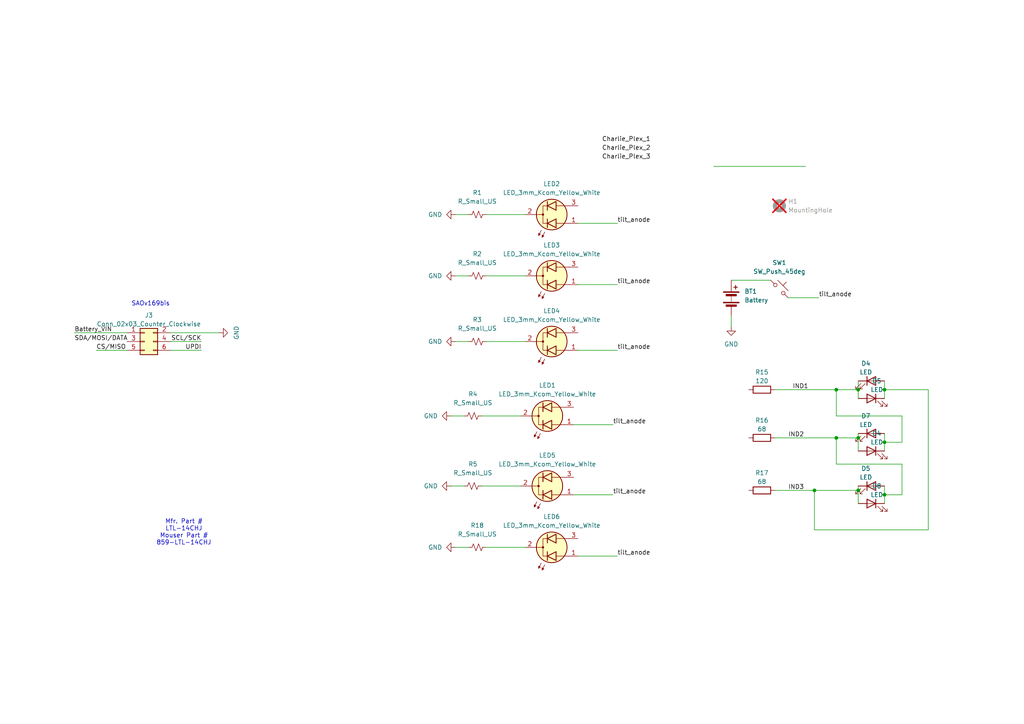
<source format=kicad_sch>
(kicad_sch (version 20250114) (generator "eeschema") (generator_version "9.0")
  (paper "A4")
  (lib_symbols
    (symbol "Connector:Conn_01x08_Pin" (pin_names (offset 1.016) (hide yes))
      (property "Reference" "J" (at 0 10.16 0))
      (property "Value" "Conn_01x08_Pin" (at 0 -12.7 0))
      (symbol "Conn_01x08_Pin_1_1"
        (rectangle (start 0.8636 7.747) (end 0 7.493) (stroke (width 0.1524)) (fill (type outline)))
        (rectangle (start 0.8636 5.207) (end 0 4.953) (stroke (width 0.1524)) (fill (type outline)))
        (rectangle (start 0.8636 2.667) (end 0 2.413) (stroke (width 0.1524)) (fill (type outline)))
        (rectangle (start 0.8636 0.127) (end 0 -0.127) (stroke (width 0.1524)) (fill (type outline)))
        (rectangle (start 0.8636 -2.413) (end 0 -2.667) (stroke (width 0.1524)) (fill (type outline)))
        (rectangle (start 0.8636 -4.953) (end 0 -5.207) (stroke (width 0.1524)) (fill (type outline)))
        (rectangle (start 0.8636 -7.493) (end 0 -7.747) (stroke (width 0.1524)) (fill (type outline)))
        (rectangle (start 0.8636 -10.033) (end 0 -10.287) (stroke (width 0.1524)) (fill (type outline)))
        (polyline (pts (xy 1.27 7.62) (xy 0.8636 7.62)) (stroke (width 0.1524)))
        (polyline (pts (xy 1.27 5.08) (xy 0.8636 5.08)) (stroke (width 0.1524)))
        (polyline (pts (xy 1.27 2.54) (xy 0.8636 2.54)) (stroke (width 0.1524)))
        (polyline (pts (xy 1.27 0) (xy 0.8636 0)) (stroke (width 0.1524)))
        (polyline (pts (xy 1.27 -2.54) (xy 0.8636 -2.54)) (stroke (width 0.1524)))
        (polyline (pts (xy 1.27 -5.08) (xy 0.8636 -5.08)) (stroke (width 0.1524)))
        (polyline (pts (xy 1.27 -7.62) (xy 0.8636 -7.62)) (stroke (width 0.1524)))
        (polyline (pts (xy 1.27 -10.16) (xy 0.8636 -10.16)) (stroke (width 0.1524)))
        (pin passive line (at 5.08 7.62 180) (length 3.81) (name "Pin_1") (number "1"))
        (pin passive line (at 5.08 5.08 180) (length 3.81) (name "Pin_2") (number "2"))
        (pin passive line (at 5.08 2.54 180) (length 3.81) (name "Pin_3") (number "3"))
        (pin passive line (at 5.08 0 180) (length 3.81) (name "Pin_4") (number "4"))
        (pin passive line (at 5.08 -2.54 180) (length 3.81) (name "Pin_5") (number "5"))
        (pin passive line (at 5.08 -5.08 180) (length 3.81) (name "Pin_6") (number "6"))
        (pin passive line (at 5.08 -7.62 180) (length 3.81) (name "Pin_7") (number "7"))
        (pin passive line (at 5.08 -10.16 180) (length 3.81) (name "Pin_8") (number "8"))
      )
    )
    (symbol "Connector_Generic:Conn_02x03_Odd_Even" (pin_names (offset 1.016) (hide yes))
      (property "Reference" "J" (at 1.27 5.08 0))
      (property "Value" "Conn_02x03_Odd_Even" (at 1.27 -5.08 0))
      (symbol "Conn_02x03_Odd_Even_1_1"
        (rectangle (start -1.27 3.81) (end 3.81 -3.81) (stroke (width 0.254)) (fill (type background)))
        (rectangle (start -1.27 2.667) (end 0 2.413) (stroke (width 0.1524)))
        (rectangle (start -1.27 0.127) (end 0 -0.127) (stroke (width 0.1524)))
        (rectangle (start -1.27 -2.413) (end 0 -2.667) (stroke (width 0.1524)))
        (rectangle (start 3.81 2.667) (end 2.54 2.413) (stroke (width 0.1524)))
        (rectangle (start 3.81 0.127) (end 2.54 -0.127) (stroke (width 0.1524)))
        (rectangle (start 3.81 -2.413) (end 2.54 -2.667) (stroke (width 0.1524)))
        (pin passive line (at -5.08 2.54 0) (length 3.81) (name "Pin_1") (number "1"))
        (pin passive line (at -5.08 0 0) (length 3.81) (name "Pin_3") (number "3"))
        (pin passive line (at -5.08 -2.54 0) (length 3.81) (name "Pin_5") (number "5"))
        (pin passive line (at 7.62 2.54 180) (length 3.81) (name "Pin_2") (number "2"))
        (pin passive line (at 7.62 0 180) (length 3.81) (name "Pin_4") (number "4"))
        (pin passive line (at 7.62 -2.54 180) (length 3.81) (name "Pin_6") (number "6"))
      )
    )
    (symbol "Device:Battery" (pin_numbers (hide yes)) (pin_names (offset 0) (hide yes))
      (property "Reference" "BT" (at 2.54 2.54 0))
      (property "Value" "Battery" (at 2.54 0 0))
      (symbol "Battery_0_1"
        (rectangle (start -2.286 1.778) (end 2.286 1.524) (fill (type outline)))
        (rectangle (start -2.286 -1.27) (end 2.286 -1.524) (fill (type outline)))
        (rectangle (start -1.524 1.016) (end 1.524 0.508) (fill (type outline)))
        (rectangle (start -1.524 -2.032) (end 1.524 -2.54) (fill (type outline)))
        (polyline (pts (xy 0 1.778) (xy 0 2.54)))
        (polyline (pts (xy 0 0) (xy 0 0.254)))
        (polyline (pts (xy 0 -0.508) (xy 0 -0.254)))
        (polyline (pts (xy 0 -1.016) (xy 0 -0.762)))
        (polyline (pts (xy 0.762 3.048) (xy 1.778 3.048)) (stroke (width 0.254)))
        (polyline (pts (xy 1.27 3.556) (xy 1.27 2.54)) (stroke (width 0.254)))
      )
      (symbol "Battery_1_1"
        (pin passive line (at 0 5.08 270) (length 2.54) (name "+") (number "1"))
        (pin passive line (at 0 -5.08 90) (length 2.54) (name "-") (number "2"))
      )
    )
    (symbol "Device:LED" (pin_numbers (hide yes)) (pin_names (offset 1.016) (hide yes))
      (property "Reference" "D" (at 0 2.54 0))
      (property "Value" "LED" (at 0 -2.54 0))
      (symbol "LED_0_1"
        (polyline (pts (xy -3.048 -0.762) (xy -4.572 -2.286) (xy -3.81 -2.286) (xy -4.572 -2.286) (xy -4.572 -1.524)))
        (polyline (pts (xy -1.778 -0.762) (xy -3.302 -2.286) (xy -2.54 -2.286) (xy -3.302 -2.286) (xy -3.302 -1.524)))
        (polyline (pts (xy -1.27 0) (xy 1.27 0)))
        (polyline (pts (xy -1.27 -1.27) (xy -1.27 1.27)) (stroke (width 0.254)))
        (polyline (pts (xy 1.27 -1.27) (xy 1.27 1.27) (xy -1.27 0) (xy 1.27 -1.27)) (stroke (width 0.254)))
      )
      (symbol "LED_1_1"
        (pin passive line (at -3.81 0 0) (length 2.54) (name "K") (number "1"))
        (pin passive line (at 3.81 0 180) (length 2.54) (name "A") (number "2"))
      )
    )
    (symbol "Device:LED_Dual_Bidirectional" (pin_names (offset 0) (hide yes))
      (property "Reference" "D" (at 0 5.715 0))
      (property "Value" "LED_Dual_Bidirectional" (at 0 -6.35 0))
      (symbol "LED_Dual_Bidirectional_0_1"
        (polyline (pts (xy -4.572 0) (xy -2.54 0)))
        (circle (center -2.032 0) (radius 0.254) (fill (type outline)))
        (polyline (pts (xy -2.032 0) (xy -2.54 0)))
        (polyline (pts (xy -1.016 3.81) (xy -1.016 1.27)) (stroke (width 0.254)))
        (polyline (pts (xy -1.016 -1.27) (xy -1.016 -3.81) (xy 1.27 -2.54) (xy -1.016 -1.27)) (stroke (width 0.254)))
        (circle (center 0 0) (radius 4.572) (stroke (width 0.254)) (fill (type background)))
        (polyline (pts (xy 1.27 3.81) (xy 1.27 1.27) (xy -1.016 2.54) (xy 1.27 3.81)) (stroke (width 0.254)))
        (polyline (pts (xy 1.27 -1.27) (xy 1.27 -3.81)) (stroke (width 0.254)))
        (polyline (pts (xy 2.286 2.54) (xy -2.032 2.54) (xy -2.032 -2.54) (xy 2.286 -2.54) (xy 2.286 2.54)))
        (circle (center 2.286 0) (radius 0.254) (fill (type outline)))
        (polyline (pts (xy 2.794 4.318) (xy 4.318 5.842) (xy 3.556 5.842)) (stroke (width 0.2032)))
        (polyline (pts (xy 4.064 3.048) (xy 5.588 4.572) (xy 4.826 4.572)) (stroke (width 0.2032)))
        (polyline (pts (xy 4.064 0) (xy 2.286 0)) (fill (type outline)))
        (polyline (pts (xy 4.318 5.842) (xy 4.318 5.08)) (stroke (width 0.2032)))
        (polyline (pts (xy 5.588 4.572) (xy 5.588 3.81)) (stroke (width 0.2032)))
      )
      (symbol "LED_Dual_Bidirectional_1_1"
        (pin input line (at -7.62 0 0) (length 3.048) (name "AK") (number "2"))
        (pin input line (at 7.62 0 180) (length 3.81) (name "KA") (number "1"))
      )
    )
    (symbol "Device:R" (pin_numbers (hide yes)) (pin_names (offset 0))
      (property "Reference" "R" (at 2.032 0 90))
      (property "Value" "R" (at 0 0 90))
      (symbol "R_0_1"
        (rectangle (start -1.016 -2.54) (end 1.016 2.54) (stroke (width 0.254)))
      )
      (symbol "R_1_1"
        (pin passive line (at 0 3.81 270) (length 1.27) (name "~") (number "1"))
        (pin passive line (at 0 -3.81 90) (length 1.27) (name "~") (number "2"))
      )
    )
    (symbol "Device:R_Small_US" (pin_numbers (hide yes)) (pin_names (offset 0.254) (hide yes))
      (property "Reference" "R" (at 0.762 0.508 0))
      (property "Value" "R_Small_US" (at 0.762 -1.016 0))
      (symbol "R_Small_US_1_1"
        (polyline (pts (xy 0 1.524) (xy 1.016 1.143) (xy 0 0.762) (xy -1.016 0.381) (xy 0 0)))
        (polyline (pts (xy 0 0) (xy 1.016 -0.381) (xy 0 -0.762) (xy -1.016 -1.143) (xy 0 -1.524)))
        (pin passive line (at 0 2.54 270) (length 1.016) (name "~") (number "1"))
        (pin passive line (at 0 -2.54 90) (length 1.016) (name "~") (number "2"))
      )
    )
    (symbol "MCU_Microchip_ATtiny:ATtiny10-TS"
      (property "Reference" "U" (at -12.7 13.97 0))
      (property "Value" "ATtiny10-TS" (at 2.54 -13.97 0))
      (symbol "ATtiny10-TS_0_1"
        (rectangle (start -12.7 -12.7) (end 12.7 12.7) (stroke (width 0.254)) (fill (type background)))
      )
      (symbol "ATtiny10-TS_1_1"
        (pin power_in line (at 0 15.24 270) (length 2.54) (name "VCC") (number "5"))
        (pin power_in line (at 0 -15.24 90) (length 2.54) (name "GND") (number "2"))
        (pin bidirectional line (at 15.24 7.62 180) (length 2.54) (name "PB0") (number "1"))
        (pin bidirectional line (at 15.24 5.08 180) (length 2.54) (name "PB1") (number "3"))
        (pin bidirectional line (at 15.24 2.54 180) (length 2.54) (name "PB2") (number "4"))
        (pin bidirectional line (at 15.24 0 180) (length 2.54) (name "~{RESET}/PB3") (number "6"))
      )
    )
    (symbol "MCU_Microchip_ATtiny:ATtiny816-M"
      (property "Reference" "U" (at -12.7 21.59 0))
      (property "Value" "ATtiny816-M" (at 2.54 -21.59 0))
      (symbol "ATtiny816-M_0_1"
        (rectangle (start -12.7 -20.32) (end 12.7 20.32) (stroke (width 0.254)) (fill (type background)))
      )
      (symbol "ATtiny816-M_1_1"
        (pin bidirectional line (at -15.24 -5.08 0) (length 2.54) (name "PC0") (number "15"))
        (pin bidirectional line (at -15.24 -7.62 0) (length 2.54) (name "PC1") (number "16"))
        (pin bidirectional line (at -15.24 -10.16 0) (length 2.54) (name "PC2") (number "17"))
        (pin bidirectional line (at -15.24 -12.7 0) (length 2.54) (name "PC3") (number "18"))
        (pin power_in line (at 0 22.86 270) (length 2.54) (name "VCC") (number "4"))
        (pin passive line (at 0 -22.86 90) (length 2.54) (hide yes) (name "GND") (number "21"))
        (pin power_in line (at 0 -22.86 90) (length 2.54) (name "GND") (number "3"))
        (pin bidirectional line (at 15.24 17.78 180) (length 2.54) (name "~{RESET}/PA0") (number "19"))
        (pin bidirectional line (at 15.24 15.24 180) (length 2.54) (name "PA1") (number "20"))
        (pin bidirectional line (at 15.24 12.7 180) (length 2.54) (name "PA2") (number "1"))
        (pin bidirectional line (at 15.24 10.16 180) (length 2.54) (name "PA3") (number "2"))
        (pin bidirectional line (at 15.24 7.62 180) (length 2.54) (name "PA4") (number "5"))
        (pin bidirectional line (at 15.24 5.08 180) (length 2.54) (name "PA5") (number "6"))
        (pin bidirectional line (at 15.24 2.54 180) (length 2.54) (name "PA6") (number "7"))
        (pin bidirectional line (at 15.24 0 180) (length 2.54) (name "PA7") (number "8"))
        (pin bidirectional line (at 15.24 -5.08 180) (length 2.54) (name "PB0") (number "14"))
        (pin bidirectional line (at 15.24 -7.62 180) (length 2.54) (name "PB1") (number "13"))
        (pin bidirectional line (at 15.24 -10.16 180) (length 2.54) (name "PB2") (number "12"))
        (pin bidirectional line (at 15.24 -12.7 180) (length 2.54) (name "PB3") (number "11"))
        (pin bidirectional line (at 15.24 -15.24 180) (length 2.54) (name "PB4") (number "10"))
        (pin bidirectional line (at 15.24 -17.78 180) (length 2.54) (name "PB5") (number "9"))
      )
    )
    (symbol "Mechanical:MountingHole" (pin_names (offset 1.016))
      (property "Reference" "H" (at 0 5.08 0))
      (property "Value" "MountingHole" (at 0 3.175 0))
      (symbol "MountingHole_0_1"
        (circle (center 0 0) (radius 1.27) (stroke (width 1.27)))
      )
    )
    (symbol "PCM_LED_AKL:LED_3mm_Kcom_Yellow_White" (pin_names (offset 1.016) (hide yes))
      (property "Reference" "LED" (at 1.27 11.43 0))
      (property "Value" "LED_3mm_Kcom_Yellow_White" (at 1.27 8.89 0))
      (symbol "LED_3mm_Kcom_Yellow_White_0_1"
        (polyline (pts (xy -1.397 2.54) (xy -5.08 2.54)) (stroke (width 0.1524)))
        (polyline (pts (xy -1.397 -2.54) (xy -5.08 -2.54)) (stroke (width 0.1524)))
        (polyline (pts (xy -1.27 3.81) (xy -1.27 1.27) (xy 1.27 2.54) (xy -1.27 3.81)) (stroke (width 0.254)) (fill (type color) (color 255 245 45 1)))
        (polyline (pts (xy -1.27 -1.27) (xy -1.27 -3.81) (xy 1.27 -2.54) (xy -1.27 -1.27)) (stroke (width 0.254)) (fill (type color) (color 255 255 255 1)))
        (circle (center 0 0) (radius 4.445) (stroke (width 0.254)) (fill (type background)))
        (polyline (pts (xy 1.27 3.81) (xy 1.27 1.27)) (stroke (width 0.254)))
        (polyline (pts (xy 1.27 2.54) (xy 2.54 2.54) (xy 2.54 -2.54) (xy 1.27 -2.54)) (stroke (width 0.1524)))
        (polyline (pts (xy 1.27 -1.27) (xy 1.27 -3.81)) (stroke (width 0.254)))
        (polyline (pts (xy 2.032 5.08) (xy 2.794 6.604)) (stroke (width 0.1524)))
        (polyline (pts (xy 2.54 6.096) (xy 2.286 6.223)) (stroke (width 0.1524)))
        (polyline (pts (xy 2.54 6.096) (xy 2.794 5.969)) (stroke (width 0.1524)))
        (circle (center 2.54 0) (radius 0.254) (fill (type outline)))
        (polyline (pts (xy 2.794 5.969) (xy 2.286 6.223) (xy 2.794 6.604) (xy 2.794 5.969)) (stroke (width 0.1524)) (fill (type outline)))
        (polyline (pts (xy 3.048 4.572) (xy 3.81 6.096)) (stroke (width 0.1524)))
        (polyline (pts (xy 3.556 5.588) (xy 3.302 5.715)) (stroke (width 0.1524)))
        (polyline (pts (xy 3.556 5.588) (xy 3.81 5.461)) (stroke (width 0.1524)))
        (polyline (pts (xy 3.81 5.461) (xy 3.302 5.715) (xy 3.81 6.096) (xy 3.81 5.461)) (stroke (width 0.1524)) (fill (type outline)))
        (polyline (pts (xy 5.08 0) (xy 2.54 0)) (stroke (width 0.1524)))
      )
      (symbol "LED_3mm_Kcom_Yellow_White_0_2"
        (polyline (pts (xy -2.54 2.54) (xy -2.54 -2.54)) (stroke (width 0.254)))
        (polyline (pts (xy -1.27 -1.27) (xy 1.27 -1.27)) (stroke (width 0.254)))
        (polyline (pts (xy 0 5.08) (xy 0 3.81)))
        (polyline (pts (xy 0 5.08) (xy 1.016 4.826) (xy 1.778 4.318) (xy 2.286 3.556) (xy 2.54 3.048) (xy 2.54 -2.794) (xy 2.286 -3.556) (xy 1.778 -4.318) (xy 1.016 -4.826) (xy 0.254 -5.08) (xy -0.254 -5.08) (xy -1.016 -4.826) (xy -1.524 -4.572) (xy -2.032 -4.064) (xy -2.286 -3.556) (xy -2.54 -2.794) (xy -2.54 2.794) (xy -2.286 3.556) (xy -2.032 4.064) (xy -1.524 4.572) (xy -1.016 4.826) (xy 0 5.08)) (stroke (width 0.01)) (fill (type background)))
        (arc (start -2.54 2.54) (mid 0 5.0576) (end 2.54 2.54) (stroke (width 0.254)))
        (circle (center 0 0) (radius 0.254) (fill (type outline)))
        (polyline (pts (xy 0 -1.27) (xy 0 1.27)))
        (arc (start 2.54 -2.54) (mid 0 -5.0576) (end -2.54 -2.54) (stroke (width 0.254)))
        (polyline (pts (xy 0 -5.08) (xy 0 -3.81)))
        (polyline (pts (xy 1.27 1.27) (xy -1.27 1.27)) (stroke (width 0.254)))
        (polyline (pts (xy 1.905 5.588) (xy 2.667 7.112)) (stroke (width 0.1524)))
        (polyline (pts (xy 2.413 6.604) (xy 2.159 6.731)) (stroke (width 0.1524)))
        (polyline (pts (xy 2.413 6.604) (xy 2.667 6.477)) (stroke (width 0.1524)))
        (polyline (pts (xy 2.54 0) (xy 0 0)))
        (polyline (pts (xy 2.54 -2.54) (xy 2.54 2.54)) (stroke (width 0.254)))
        (polyline (pts (xy 2.667 6.477) (xy 2.159 6.731) (xy 2.667 7.112) (xy 2.667 6.477)) (stroke (width 0.1524)) (fill (type outline)))
        (polyline (pts (xy 2.921 5.08) (xy 3.683 6.604)) (stroke (width 0.1524)))
        (polyline (pts (xy 3.429 6.096) (xy 3.175 6.223)) (stroke (width 0.1524)))
        (polyline (pts (xy 3.429 6.096) (xy 3.683 5.969)) (stroke (width 0.1524)))
        (polyline (pts (xy 3.683 5.969) (xy 3.175 6.223) (xy 3.683 6.604) (xy 3.683 5.969)) (stroke (width 0.1524)) (fill (type outline)))
      )
      (symbol "LED_3mm_Kcom_Yellow_White_1_1"
        (pin passive line (at -7.62 2.54 0) (length 2.54) (name "A1") (number "1"))
        (pin passive line (at -7.62 -2.54 0) (length 2.54) (name "A2") (number "3"))
        (pin passive line (at 7.62 0 180) (length 2.54) (name "K") (number "2"))
      )
      (symbol "LED_3mm_Kcom_Yellow_White_1_2"
        (polyline (pts (xy -1.27 -3.81) (xy 1.27 -3.81) (xy 0 -1.27) (xy -1.27 -3.81)) (stroke (width 0.254)) (fill (type color) (color 255 255 255 1)))
        (polyline (pts (xy 1.27 3.81) (xy -1.27 3.81) (xy 0 1.27) (xy 1.27 3.81)) (stroke (width 0.254)) (fill (type color) (color 255 245 45 1)))
        (pin passive line (at 0 7.62 270) (length 2.54) (name "A1") (number "1"))
        (pin passive line (at 0 -7.62 90) (length 2.54) (name "A2") (number "3"))
        (pin passive line (at 5.08 0 180) (length 2.54) (name "K") (number "2"))
      )
    )
    (symbol "Switch:SW_Push_45deg" (pin_numbers (hide yes)) (pin_names (offset 1.016) (hide yes))
      (property "Reference" "SW" (at 3.048 1.016 0))
      (property "Value" "SW_Push_45deg" (at 0 -3.81 0))
      (symbol "SW_Push_45deg_0_1"
        (polyline (pts (xy -2.54 2.54) (xy -1.524 1.524) (xy -1.524 1.524)))
        (circle (center -1.1684 1.1684) (radius 0.508))
        (polyline (pts (xy -0.508 2.54) (xy 2.54 -0.508)))
        (polyline (pts (xy 1.016 1.016) (xy 2.032 2.032)))
        (circle (center 1.143 -1.1938) (radius 0.508))
        (polyline (pts (xy 1.524 -1.524) (xy 2.54 -2.54) (xy 2.54 -2.54) (xy 2.54 -2.54)))
        (pin passive line (at -2.54 2.54 0) (length 0) (name "1") (number "1"))
        (pin passive line (at 2.54 -2.54 180) (length 0) (name "2") (number "2"))
      )
    )
    (symbol "power:GND" (power) (pin_names (offset 0))
      (property "Value" "GND" (at 0 -3.81 0))
      (symbol "GND_0_1"
        (polyline (pts (xy 0 0) (xy 0 -1.27) (xy 1.27 -1.27) (xy 0 -2.54) (xy -1.27 -1.27) (xy 0 -1.27)))
      )
      (symbol "GND_1_1"
        (pin power_in line (at 0 0 270) (length 0) (hide yes) (name "GND") (number "1"))
      )
    )
  )
  (text "Mfr. Part #\nLTL-14CHJ\nMouser Part #\n859-LTL-14CHJ" (at 53.34 154.432 0) (effects (font (size 1.27 1.27))))
  (text "SAOv169bis" (at 38.1 88.9 0) (effects (font (size 1.27 1.27)) (justify left bottom)))
  (junction (at 242.57 113.03))
  (junction (at 133.35 250.19))
  (junction (at 133.35 236.22))
  (junction (at 242.57 127))
  (junction (at 256.54 128.27))
  (junction (at 152.4 261.62))
  (junction (at 256.54 143.51))
  (junction (at 156.21 250.19))
  (junction (at 248.92 113.03))
  (junction (at 152.4 278.13))
  (junction (at 248.92 142.24))
  (junction (at 130.81 281.94))
  (junction (at 133.35 265.43))
  (junction (at 256.54 113.03))
  (junction (at 236.22 142.24))
  (junction (at 248.92 127))
  (wire (pts (xy 62.23 302.26) (xy 62.23 306.07)))
  (wire (pts (xy -31.75 100.33) (xy -27.94 100.33)))
  (wire (pts (xy 125.73 281.94) (xy 130.81 281.94)))
  (wire (pts (xy 128.27 295.91) (xy 128.27 290.83)))
  (wire (pts (xy -25.4 82.55) (xy -25.4 95.25)))
  (wire (pts (xy 156.21 247.65) (xy 152.4 247.65)))
  (wire (pts (xy 248.92 140.97) (xy 248.92 142.24)))
  (wire (pts (xy 133.35 243.84) (xy 152.4 243.84)))
  (wire (pts (xy 152.4 274.32) (xy 152.4 278.13)))
  (wire (pts (xy -104.14 33.02) (xy -88.9 33.02)))
  (wire (pts (xy 207.01 48.26) (xy 233.68 48.26)))
  (wire (pts (xy 93.98 243.84) (xy 93.98 275.59)))
  (wire (pts (xy -43.18 10.16) (xy -58.42 10.16)))
  (wire (pts (xy 140.97 99.06) (xy 152.4 99.06)))
  (wire (pts (xy 242.57 113.03) (xy 242.57 120.65)))
  (wire (pts (xy 152.4 243.84) (xy 152.4 247.65)))
  (wire (pts (xy -43.18 17.78) (xy -58.42 17.78)))
  (wire (pts (xy 248.92 110.49) (xy 248.92 113.03)))
  (wire (pts (xy 261.62 120.65) (xy 261.62 128.27)))
  (wire (pts (xy 212.09 94.742) (xy 212.09 91.44)))
  (wire (pts (xy 152.4 261.62) (xy 156.21 261.62)))
  (wire (pts (xy 256.54 125.73) (xy 256.54 128.27)))
  (wire (pts (xy 139.7 140.97) (xy 151.13 140.97)))
  (wire (pts (xy 140.97 158.75) (xy 152.4 158.75)))
  (wire (pts (xy 100.33 241.3) (xy 100.33 265.43)))
  (wire (pts (xy 256.54 140.97) (xy 256.54 143.51)))
  (wire (pts (xy 77.47 243.84) (xy 93.98 243.84)))
  (wire (pts (xy 177.8 143.51) (xy 166.37 143.51)))
  (wire (pts (xy 256.54 128.27) (xy 261.62 128.27)))
  (wire (pts (xy 135.89 158.75) (xy 132.08 158.75)))
  (wire (pts (xy 49.53 99.06) (xy 58.42 99.06)))
  (wire (pts (xy -104.14 30.48) (xy -88.9 30.48)))
  (wire (pts (xy 115.57 236.22) (xy 133.35 236.22)))
  (wire (pts (xy 242.57 127) (xy 242.57 134.62)))
  (wire (pts (xy 228.6 86.36) (xy 237.49 86.36)))
  (wire (pts (xy 156.21 247.65) (xy 156.21 250.19)))
  (wire (pts (xy 151.13 250.19) (xy 156.21 250.19)))
  (wire (pts (xy -58.42 27.94) (xy -43.18 27.94)))
  (wire (pts (xy 177.8 123.19) (xy 166.37 123.19)))
  (wire (pts (xy 133.35 250.19) (xy 133.35 257.81)))
  (wire (pts (xy 134.62 140.97) (xy 130.81 140.97)))
  (wire (pts (xy 242.57 113.03) (xy 248.92 113.03)))
  (wire (pts (xy 242.57 120.65) (xy 261.62 120.65)))
  (wire (pts (xy 134.62 120.65) (xy 130.81 120.65)))
  (wire (pts (xy 135.89 62.23) (xy 132.08 62.23)))
  (wire (pts (xy -43.18 20.32) (xy -58.42 20.32)))
  (wire (pts (xy 102.87 250.19) (xy 107.95 250.19)))
  (wire (pts (xy -31.75 97.79) (xy -29.21 97.79)))
  (wire (pts (xy 133.35 236.22) (xy 133.35 243.84)))
  (wire (pts (xy 236.22 142.24) (xy 248.92 142.24)))
  (wire (pts (xy -27.94 87.63) (xy -27.94 100.33)))
  (wire (pts (xy -31.75 85.09) (xy -24.13 85.09)))
  (wire (pts (xy 256.54 110.49) (xy 256.54 113.03)))
  (wire (pts (xy 140.97 80.01) (xy 152.4 80.01)))
  (wire (pts (xy -58.42 30.48) (xy -41.91 30.48)))
  (wire (pts (xy 80.01 302.26) (xy 80.01 306.07)))
  (wire (pts (xy 224.79 142.24) (xy 236.22 142.24)))
  (wire (pts (xy -73.66 -8.89) (xy -73.66 0)))
  (wire (pts (xy 152.4 278.13) (xy 152.4 281.94)))
  (wire (pts (xy 248.92 125.73) (xy 248.92 127)))
  (wire (pts (xy -58.42 35.56) (xy -53.34 35.56)))
  (wire (pts (xy 49.53 101.6) (xy 58.42 101.6)))
  (wire (pts (xy -104.14 27.94) (xy -88.9 27.94)))
  (wire (pts (xy 99.06 289.56) (xy 99.06 297.18)))
  (wire (pts (xy -24.13 85.09) (xy -24.13 92.71)))
  (wire (pts (xy -43.18 12.7) (xy -58.42 12.7)))
  (wire (pts (xy 179.07 101.6) (xy 167.64 101.6)))
  (wire (pts (xy 133.35 257.81) (xy 152.4 257.81)))
  (wire (pts (xy 261.62 134.62) (xy 261.62 143.51)))
  (wire (pts (xy 242.57 134.62) (xy 261.62 134.62)))
  (wire (pts (xy -43.18 15.24) (xy -58.42 15.24)))
  (wire (pts (xy 135.89 99.06) (xy 132.08 99.06)))
  (wire (pts (xy 115.57 250.19) (xy 133.35 250.19)))
  (wire (pts (xy 133.35 265.43) (xy 133.35 274.32)))
  (wire (pts (xy -31.75 82.55) (xy -25.4 82.55)))
  (wire (pts (xy 130.81 275.59) (xy 130.81 281.94)))
  (wire (pts (xy -73.66 45.72) (xy -73.66 50.8)))
  (wire (pts (xy 152.4 261.62) (xy 152.4 265.43)))
  (wire (pts (xy 135.89 80.01) (xy 132.08 80.01)))
  (wire (pts (xy -29.21 90.17) (xy -29.21 97.79)))
  (wire (pts (xy 21.59 96.52) (xy 36.83 96.52)))
  (wire (pts (xy 256.54 128.27) (xy 256.54 130.81)))
  (wire (pts (xy 152.4 257.81) (xy 152.4 261.62)))
  (wire (pts (xy 80.01 289.56) (xy 80.01 297.18)))
  (wire (pts (xy 236.22 142.24) (xy 236.22 153.67)))
  (wire (pts (xy 139.7 120.65) (xy 151.13 120.65)))
  (wire (pts (xy 156.21 250.19) (xy 157.48 250.19)))
  (wire (pts (xy 140.97 62.23) (xy 152.4 62.23)))
  (wire (pts (xy 212.09 81.28) (xy 223.52 81.28)))
  (wire (pts (xy 248.92 113.03) (xy 248.92 115.57)))
  (wire (pts (xy -43.18 7.62) (xy -58.42 7.62)))
  (wire (pts (xy -31.75 90.17) (xy -29.21 90.17)))
  (wire (pts (xy 242.57 127) (xy 248.92 127)))
  (wire (pts (xy 128.27 300.99) (xy 128.27 304.8)))
  (wire (pts (xy 156.21 261.62) (xy 156.21 266.7)))
  (wire (pts (xy 248.92 127) (xy 248.92 130.81)))
  (wire (pts (xy -58.42 38.1) (xy -53.34 38.1)))
  (wire (pts (xy 133.35 265.43) (xy 135.89 265.43)))
  (wire (pts (xy -31.75 95.25) (xy -25.4 95.25)))
  (wire (pts (xy 100.33 265.43) (xy 107.95 265.43)))
  (wire (pts (xy 93.98 275.59) (xy 107.95 275.59)))
  (wire (pts (xy 248.92 142.24) (xy 248.92 146.05)))
  (wire (pts (xy 256.54 143.51) (xy 256.54 146.05)))
  (wire (pts (xy -31.75 87.63) (xy -27.94 87.63)))
  (wire (pts (xy 256.54 143.51) (xy 261.62 143.51)))
  (wire (pts (xy -31.75 92.71) (xy -24.13 92.71)))
  (wire (pts (xy -104.14 35.56) (xy -88.9 35.56)))
  (wire (pts (xy 27.94 101.6) (xy 36.83 101.6)))
  (wire (pts (xy 256.54 113.03) (xy 256.54 115.57)))
  (wire (pts (xy 77.47 241.3) (xy 100.33 241.3)))
  (wire (pts (xy 151.13 265.43) (xy 152.4 265.43)))
  (wire (pts (xy 133.35 236.22) (xy 134.62 236.22)))
  (wire (pts (xy 179.07 64.77) (xy 167.64 64.77)))
  (wire (pts (xy 224.79 127) (xy 242.57 127)))
  (wire (pts (xy 102.87 238.76) (xy 102.87 250.19)))
  (wire (pts (xy 179.07 161.29) (xy 167.64 161.29)))
  (wire (pts (xy 77.47 236.22) (xy 107.95 236.22)))
  (wire (pts (xy 77.47 238.76) (xy 102.87 238.76)))
  (wire (pts (xy 49.53 96.52) (xy 63.5 96.52)))
  (wire (pts (xy 133.35 274.32) (xy 152.4 274.32)))
  (wire (pts (xy 179.07 82.55) (xy 167.64 82.55)))
  (wire (pts (xy 133.35 250.19) (xy 135.89 250.19)))
  (wire (pts (xy 62.23 223.52) (xy 62.23 228.6)))
  (wire (pts (xy 269.24 153.67) (xy 269.24 113.03)))
  (wire (pts (xy -39.37 5.08) (xy -58.42 5.08)))
  (wire (pts (xy 115.57 265.43) (xy 133.35 265.43)))
  (wire (pts (xy 115.57 302.26) (xy 115.57 306.07)))
  (wire (pts (xy 130.81 281.94) (xy 134.62 281.94)))
  (wire (pts (xy 152.4 278.13) (xy 177.8 278.13)))
  (wire (pts (xy 224.79 113.03) (xy 242.57 113.03)))
  (wire (pts (xy 115.57 275.59) (xy 130.81 275.59)))
  (wire (pts (xy -58.42 33.02) (xy -52.07 33.02)))
  (wire (pts (xy 236.22 153.67) (xy 269.24 153.67)))
  (wire (pts (xy 99.06 302.26) (xy 99.06 306.07)))
  (wire (pts (xy 256.54 113.03) (xy 269.24 113.03)))
  (wire (pts (xy 149.86 281.94) (xy 152.4 281.94)))
  (wire (pts (xy 115.57 297.18) (xy 115.57 289.56)))
  (label "Battery_VIN" (at 21.59 96.52 0))
  (label "UPDI" (at 58.42 101.6 180))
  (label "IND2" (at -24.13 87.63 0))
  (label "SCL{slash}SCK" (at -43.18 27.94 180))
  (label "IND4" (at 80.01 289.56 180))
  (label "SDA{slash}MOSI{slash}DATA" (at 21.59 99.06 0))
  (label "tilt_anode" (at 179.07 64.77 0))
  (label "tilt_anode" (at 179.07 82.55 0))
  (label "Charlie_Plex_3" (at -43.18 12.7 180))
  (label "A2" (at 78.74 238.76 0))
  (label "SCL{slash}SCK" (at 58.42 99.06 180))
  (label "A1" (at 78.74 236.22 0))
  (label "IND2" (at 228.6 127 0))
  (label "tilt_anode" (at 179.07 161.29 0))
  (label "A4" (at 78.74 243.84 0))
  (label "SDA{slash}MOSI{slash}DATA" (at 86.36 241.3 0))
  (label "LED_GREEN" (at -104.14 30.48 0))
  (label "SDA{slash}MOSI{slash}DATA" (at -41.91 30.48 180))
  (label "IND4" (at 119.38 275.59 0))
  (label "Charlie_Plex_6" (at -43.18 20.32 180))
  (label "DIO" (at -53.34 38.1 0))
  (label "CS{slash}MISO" (at 93.98 275.59 0))
  (label "TX" (at -53.34 33.02 0))
  (label "Charlie_Plex_3" (at 188.7086 46.4136 180))
  (label "Charlie_Plex_1" (at 188.7086 41.3336 180))
  (label "LED_BLUE" (at -104.14 33.02 0))
  (label "IND1" (at 99.06 289.56 180))
  (label "A3" (at 78.74 241.3 0))
  (label "tilt_anode" (at 177.8 143.51 0))
  (label "IND3" (at -27.94 99.06 0))
  (label "tilt_anode" (at 179.07 101.6 0))
  (label "IND3" (at 228.6 142.24 0))
  (label "Charlie_Plex_1" (at -43.18 7.62 180))
  (label "UPDI" (at 91.44 236.22 180))
  (label "SCL{slash}SCK" (at 95.25 238.76 180))
  (label "IND4" (at -31.75 90.17 0))
  (label "Charlie_Plex_2" (at 188.7086 43.8736 180))
  (label "IND2" (at 119.38 250.19 0))
  (label "IND3" (at 128.27 290.83 180))
  (label "tilt_anode" (at 177.8 123.19 0))
  (label "IND1" (at 229.87 113.03 0))
  (label "IND2" (at 115.57 289.56 180))
  (label "Charlie_Plex_5" (at -43.18 17.78 180))
  (label "Charlie_Plex_4" (at -43.18 15.24 180))
  (label "Charlie_Plex_2" (at -43.18 10.16 180))
  (label "tilt_anode" (at 237.49 86.36 0))
  (label "CS{slash}MISO" (at 27.94 101.6 0))
  (label "Battery_VIN" (at 62.23 223.52 0))
  (label "RX" (at -53.34 35.56 0))
  (label "Battery_VIN" (at -73.66 -8.89 0))
  (label "CS{slash}MISO" (at -104.14 35.56 0))
  (label "LED_RED" (at -104.14 27.94 0))
  (label "UPDI" (at -39.37 5.08 180))
  (label "IND1" (at -26.67 82.55 0))
  (label "IND3" (at 119.38 265.43 0))
  (label "IND1" (at 120.65 236.22 0))
  (symbol (lib_id "Device:R") (at 220.98 113.03 90) (unit 1)
    (property "Reference" "R15" (at 220.98 107.95 90))
    (property "Value" "120" (at 220.98 110.49 90))
    (property "Footprint" "Resistor_SMD:R_0805_2012Metric_Pad1.20x1.40mm_HandSolder" (effects (hide yes)))
  )
  (symbol (lib_id "Device:R_Small_US") (at 138.43 80.01 90) (unit 1)
    (property "Reference" "R2" (at 138.43 73.66 90))
    (property "Value" "R_Small_US" (at 138.43 76.2 90))
    (property "Description" "Resistor, small US symbol" (effects (hide yes)))
  )
  (symbol (lib_id "MCU_Microchip_ATtiny:ATtiny816-M") (at -73.66 22.86 0) (unit 1)
    (property "Reference" "U1" (at -71.7041 -1.27 0) (effects (justify left)))
    (property "Value" "ATtiny816-M" (at -71.7041 1.27 0) (effects (justify left)))
    (property "Footprint" "Package_DFN_QFN:VQFN-20-1EP_3x3mm_P0.4mm_EP1.7x1.7mm" (effects (hide yes)))
    (property "Datasheet" "http://ww1.microchip.com/downloads/en/DeviceDoc/40001913A.pdf" (effects (hide yes)))
  )
  (symbol (lib_id "Device:R") (at 111.76 250.19 90) (unit 1)
    (property "Reference" "R7" (at 111.76 245.11 90))
    (property "Value" "68" (at 111.76 247.65 90))
    (property "Footprint" "Resistor_SMD:R_0805_2012Metric_Pad1.20x1.40mm_HandSolder" (effects (hide yes)))
  )
  (symbol (lib_id "Device:LED") (at 252.73 115.57 0) (mirror y) (unit 1)
    (property "Reference" "D5" (at 254.3175 110.49 0))
    (property "Value" "LED" (at 254.3175 113.03 0))
    (property "Footprint" "LED_SMD:LED_0805_2012Metric_Pad1.15x1.40mm_HandSolder" (effects (hide yes)))
  )
  (symbol (lib_id "Device:R_Small_US") (at 128.27 298.45 180) (unit 1)
    (property "Reference" "R10" (at 121.92 298.45 90))
    (property "Value" "R_Small_US" (at 124.46 298.45 90))
    (property "Description" "Resistor, small US symbol" (effects (hide yes)))
  )
  (symbol (lib_id "Device:R") (at 111.76 265.43 90) (unit 1)
    (property "Reference" "R8" (at 111.76 260.35 90))
    (property "Value" "68" (at 111.76 262.89 90))
    (property "Footprint" "Resistor_SMD:R_0805_2012Metric_Pad1.20x1.40mm_HandSolder" (effects (hide yes)))
  )
  (symbol (lib_id "Device:R") (at 111.76 275.59 90) (unit 1)
    (property "Reference" "R9" (at 111.76 270.51 90))
    (property "Value" "68" (at 111.76 273.05 90))
    (property "Footprint" "Resistor_SMD:R_0805_2012Metric_Pad1.20x1.40mm_HandSolder" (effects (hide yes)))
  )
  (symbol (lib_id "PCM_LED_AKL:LED_3mm_Kcom_Yellow_White") (at 158.75 140.97 180) (unit 1)
    (property "Reference" "LED5" (at 158.75 132.08 0))
    (property "Value" "LED_3mm_Kcom_Yellow_White" (at 158.75 134.62 0))
    (property "Footprint" "PCM_LED_THT_AKL:LED_D3.0mm_Horizontal_O1.27mm_Z2.0mm_BiDir" (effects (hide yes)))
    (property "Description" "Yellow and white LED, 3mm THT, common cathode, Alternate KiCad Library" (effects (hide yes)))
  )
  (symbol (lib_id "Mechanical:MountingHole") (at 226.06 59.69 0) (unit 1) (dnp yes)
    (property "Reference" "H1" (at 228.6 58.4199 0) (effects (justify left)))
    (property "Value" "MountingHole" (at 228.6 60.9599 0) (effects (justify left)))
    (property "Footprint" "MountingHole:MountingHole_3.2mm_M3" (effects (hide yes)))
    (property "Description" "Mounting Hole without connection" (effects (hide yes)))
  )
  (symbol (lib_id "Device:LED") (at 142.24 234.95 180) (unit 1)
    (property "Reference" "D3" (at 143.8275 227.33 0))
    (property "Value" "LED" (at 143.8275 229.87 0))
    (property "Description" "Light emitting diode" (effects (hide yes)))
    (property "Sim.Pins" "1=K 2=A" (effects (hide yes)))
  )
  (symbol (lib_id "power:GND") (at 62.23 306.07 0) (unit 1)
    (property "Reference" "#PWR09" (effects (hide yes)))
    (property "Value" "GND" (at 62.2299 309.88 90) (effects (justify right)))
    (property "Description" "Power symbol creates a global label with name \"GND\" , ground" (effects (hide yes)))
  )
  (symbol (lib_id "power:GND") (at 115.57 306.07 0) (unit 1)
    (property "Reference" "#PWR08" (effects (hide yes)))
    (property "Value" "GND" (at 115.5699 309.88 90) (effects (justify right)))
    (property "Description" "Power symbol creates a global label with name \"GND\" , ground" (effects (hide yes)))
  )
  (symbol (lib_id "power:GND") (at 132.08 80.01 270) (unit 1)
    (property "Reference" "#PWR03" (effects (hide yes)))
    (property "Value" "GND" (at 128.27 80.0099 90) (effects (justify right)))
    (property "Description" "Power symbol creates a global label with name \"GND\" , ground" (effects (hide yes)))
  )
  (symbol (lib_id "power:GND") (at 80.01 306.07 0) (unit 1)
    (property "Reference" "#PWR010" (effects (hide yes)))
    (property "Value" "GND" (at 80.0099 309.88 90) (effects (justify right)))
    (property "Description" "Power symbol creates a global label with name \"GND\" , ground" (effects (hide yes)))
  )
  (symbol (lib_id "Device:LED") (at 252.73 125.73 0) (unit 1)
    (property "Reference" "D7" (at 251.1425 120.65 0))
    (property "Value" "LED" (at 251.1425 123.19 0))
    (property "Footprint" "LED_SMD:LED_0805_2012Metric_Pad1.15x1.40mm_HandSolder" (effects (hide yes)))
  )
  (symbol (lib_id "Device:R") (at 220.98 127 90) (unit 1)
    (property "Reference" "R16" (at 220.98 121.92 90))
    (property "Value" "68" (at 220.98 124.46 90))
    (property "Footprint" "Resistor_SMD:R_0805_2012Metric_Pad1.20x1.40mm_HandSolder" (effects (hide yes)))
  )
  (symbol (lib_id "MCU_Microchip_ATtiny:ATtiny10-TS") (at 62.23 243.84 0) (unit 1)
    (property "Reference" "U2" (at 48.26 243.205 0) (effects (justify right)))
    (property "Value" "ATtiny10-TS" (at 48.26 245.745 0) (effects (justify right)))
    (property "Footprint" "Package_TO_SOT_SMD:SOT-23-6" (effects (hide yes)))
    (property "Datasheet" "http://ww1.microchip.com/downloads/en/DeviceDoc/Atmel-8127-AVR-8-bit-Microcontroller-ATtiny4-ATtiny5-ATtiny9-ATtiny10_Datasheet.pdf" (effects (hide yes)))
  )
  (symbol (lib_id "power:GND") (at 132.08 158.75 270) (unit 1)
    (property "Reference" "#PWR014" (effects (hide yes)))
    (property "Value" "GND" (at 128.27 158.7499 90) (effects (justify right)))
    (property "Description" "Power symbol creates a global label with name \"GND\" , ground" (effects (hide yes)))
  )
  (symbol (lib_id "PCM_LED_AKL:LED_3mm_Kcom_Yellow_White") (at 160.02 80.01 180) (unit 1)
    (property "Reference" "LED3" (at 160.02 71.12 0))
    (property "Value" "LED_3mm_Kcom_Yellow_White" (at 160.02 73.66 0))
    (property "Footprint" "PCM_LED_THT_AKL:LED_D3.0mm-3_CC" (effects (hide yes)))
    (property "Description" "Yellow and white LED, 3mm THT, common cathode, Alternate KiCad Library" (effects (hide yes)))
  )
  (symbol (lib_id "Device:LED") (at 252.73 146.05 0) (mirror y) (unit 1)
    (property "Reference" "D8" (at 254.3175 140.97 0))
    (property "Value" "LED" (at 254.3175 143.51 0))
    (property "Footprint" "LED_SMD:LED_0805_2012Metric_Pad1.15x1.40mm_HandSolder" (effects (hide yes)))
  )
  (symbol (lib_id "power:GND") (at 132.08 62.23 270) (unit 1)
    (property "Reference" "#PWR02" (effects (hide yes)))
    (property "Value" "GND" (at 128.27 62.2299 90) (effects (justify right)))
    (property "Description" "Power symbol creates a global label with name \"GND\" , ground" (effects (hide yes)))
  )
  (symbol (lib_id "PCM_LED_AKL:LED_3mm_Kcom_Yellow_White") (at 160.02 99.06 180) (unit 1)
    (property "Reference" "LED4" (at 160.02 90.17 0))
    (property "Value" "LED_3mm_Kcom_Yellow_White" (at 160.02 92.71 0))
    (property "Footprint" "PCM_LED_THT_AKL:LED_D3.0mm-3_CC" (effects (hide yes)))
    (property "Description" "Yellow and white LED, 3mm THT, common cathode, Alternate KiCad Library" (effects (hide yes)))
  )
  (symbol (lib_id "Connector:Conn_01x08_Pin") (at -36.83 90.17 0) (unit 1)
    (property "Reference" "J1" (at -36.195 78.74 0))
    (property "Value" "Conn_01x08_Pin" (at -36.195 81.28 0))
    (property "Footprint" "art:tornado" (effects (hide yes)))
  )
  (symbol (lib_id "power:GND") (at 130.81 120.65 270) (unit 1)
    (property "Reference" "#PWR05" (effects (hide yes)))
    (property "Value" "GND" (at 127 120.6499 90) (effects (justify right)))
    (property "Description" "Power symbol creates a global label with name \"GND\" , ground" (effects (hide yes)))
  )
  (symbol (lib_id "Device:LED") (at 252.73 130.81 0) (mirror y) (unit 1)
    (property "Reference" "D4" (at 254.3175 125.73 0))
    (property "Value" "LED" (at 254.3175 128.27 0))
    (property "Footprint" "LED_SMD:LED_0805_2012Metric_Pad1.15x1.40mm_HandSolder" (effects (hide yes)))
  )
  (symbol (lib_id "Device:R") (at 111.76 236.22 90) (unit 1)
    (property "Reference" "R6" (at 111.76 231.14 90))
    (property "Value" "120" (at 111.76 233.68 90))
    (property "Footprint" "Resistor_SMD:R_0805_2012Metric_Pad1.20x1.40mm_HandSolder" (effects (hide yes)))
  )
  (symbol (lib_id "Device:R_Small_US") (at 137.16 140.97 90) (unit 1)
    (property "Reference" "R5" (at 137.16 134.62 90))
    (property "Value" "R_Small_US" (at 137.16 137.16 90))
    (property "Description" "Resistor, small US symbol" (effects (hide yes)))
  )
  (symbol (lib_id "power:GND") (at 128.27 304.8 0) (unit 1)
    (property "Reference" "#PWR07" (effects (hide yes)))
    (property "Value" "GND" (at 128.2699 308.61 90) (effects (justify right)))
    (property "Description" "Power symbol creates a global label with name \"GND\" , ground" (effects (hide yes)))
  )
  (symbol (lib_id "power:GND") (at 62.23 259.08 0) (unit 1)
    (property "Reference" "#PWR01" (effects (hide yes)))
    (property "Value" "GND" (at 62.23 264.16 0))
  )
  (symbol (lib_id "Device:LED") (at 143.51 228.6 0) (unit 1)
    (property "Reference" "D6" (at 141.9225 222.25 0))
    (property "Value" "LED" (at 141.9225 224.79 0))
    (property "Description" "Light emitting diode" (effects (hide yes)))
    (property "Sim.Pins" "1=K 2=A" (effects (hide yes)))
  )
  (symbol (lib_id "Switch:SW_Push_45deg") (at 226.06 83.82 0) (unit 1)
    (property "Reference" "SW1" (at 226.06 76.2 0))
    (property "Value" "SW_Push_45deg" (at 226.06 78.74 0))
    (property "Description" "Push button switch, normally open, two pins, 45° tilted" (effects (hide yes)))
  )
  (symbol (lib_id "Device:LED_Dual_Bidirectional") (at 143.51 250.19 0) (unit 1)
    (property "Reference" "D1" (at 144.0053 240.03 0))
    (property "Value" "LED_Dual_Bidirectional" (at 144.0053 242.57 0))
    (property "Footprint" "PCM_LED_THT_AKL:LED_D3.0mm_Horizontal_O1.27mm_Z2.0mm_BiDir" (effects (hide yes)))
    (property "Description" "Dual LED, bidirectional" (effects (hide yes)))
  )
  (symbol (lib_id "Device:LED") (at 252.73 110.49 0) (unit 1)
    (property "Reference" "D4" (at 251.1425 105.41 0))
    (property "Value" "LED" (at 251.1425 107.95 0))
    (property "Footprint" "LED_SMD:LED_0805_2012Metric_Pad1.15x1.40mm_HandSolder" (effects (hide yes)))
  )
  (symbol (lib_id "Device:LED_Dual_Bidirectional") (at 143.51 265.43 0) (unit 1)
    (property "Reference" "D2" (at 144.0053 255.27 0))
    (property "Value" "LED_Dual_Bidirectional" (at 144.0053 257.81 0))
    (property "Footprint" "PCM_LED_THT_AKL:LED_D3.0mm_Horizontal_O1.27mm_Z2.0mm_BiDir" (effects (hide yes)))
    (property "Description" "Dual LED, bidirectional" (effects (hide yes)))
  )
  (symbol (lib_id "Device:R_Small_US") (at 138.43 62.23 90) (unit 1)
    (property "Reference" "R1" (at 138.43 55.88 90))
    (property "Value" "R_Small_US" (at 138.43 58.42 90))
    (property "Description" "Resistor, small US symbol" (effects (hide yes)))
  )
  (symbol (lib_id "Device:R_Small_US") (at 80.01 299.72 180) (unit 1)
    (property "Reference" "R13" (at 73.66 299.72 90))
    (property "Value" "R_Small_US" (at 76.2 299.72 90))
    (property "Description" "Resistor, small US symbol" (effects (hide yes)))
  )
  (symbol (lib_id "Device:R_Small_US") (at 138.43 158.75 90) (unit 1)
    (property "Reference" "R18" (at 138.43 152.4 90))
    (property "Value" "R_Small_US" (at 138.43 154.94 90))
    (property "Description" "Resistor, small US symbol" (effects (hide yes)))
  )
  (symbol (lib_id "Device:R_Small_US") (at 115.57 299.72 180) (unit 1)
    (property "Reference" "R11" (at 109.22 299.72 90))
    (property "Value" "R_Small_US" (at 111.76 299.72 90))
    (property "Description" "Resistor, small US symbol" (effects (hide yes)))
  )
  (symbol (lib_id "Device:R_Small_US") (at 137.16 120.65 90) (unit 1)
    (property "Reference" "R4" (at 137.16 114.3 90))
    (property "Value" "R_Small_US" (at 137.16 116.84 90))
    (property "Description" "Resistor, small US symbol" (effects (hide yes)))
  )
  (symbol (lib_id "power:GND") (at 130.81 140.97 270) (unit 1)
    (property "Reference" "#PWR06" (effects (hide yes)))
    (property "Value" "GND" (at 127 140.9699 90) (effects (justify right)))
    (property "Description" "Power symbol creates a global label with name \"GND\" , ground" (effects (hide yes)))
  )
  (symbol (lib_id "PCM_LED_AKL:LED_3mm_Kcom_Yellow_White") (at 160.02 62.23 180) (unit 1)
    (property "Reference" "LED2" (at 160.02 53.34 0))
    (property "Value" "LED_3mm_Kcom_Yellow_White" (at 160.02 55.88 0))
    (property "Footprint" "PCM_LED_THT_AKL:LED_D3.0mm-3_CC" (effects (hide yes)))
    (property "Description" "Yellow and white LED, 3mm THT, common cathode, Alternate KiCad Library" (effects (hide yes)))
  )
  (symbol (lib_id "Device:R_Small_US") (at 138.43 99.06 90) (unit 1)
    (property "Reference" "R3" (at 138.43 92.71 90))
    (property "Value" "R_Small_US" (at 138.43 95.25 90))
    (property "Description" "Resistor, small US symbol" (effects (hide yes)))
  )
  (symbol (lib_id "power:GND") (at 63.5 96.52 90) (unit 1)
    (property "Reference" "#PWR012" (effects (hide yes)))
    (property "Value" "GND" (at 68.58 96.52 0))
  )
  (symbol (lib_id "Device:Battery") (at 212.09 86.36 0) (unit 1)
    (property "Reference" "BT1" (at 215.9 84.5184 0) (effects (justify left)))
    (property "Value" "Battery" (at 215.9 87.0584 0) (effects (justify left)))
    (property "Footprint" "Battery:BatteryHolder_Keystone_3008_1x2450" (effects (hide yes)))
    (property "Datasheet" "https://www.lcsc.com/datasheet/lcsc_datasheet_2411271947_MYOUNG-MY-2450-01_C964845.pdf" (effects (hide yes)))
    (property "Description" "Multiple-cell battery" (effects (hide yes)))
    (property "LCSC" "C964845" (effects (hide yes)))
  )
  (symbol (lib_id "Device:R") (at 220.98 142.24 90) (unit 1)
    (property "Reference" "R17" (at 220.98 137.16 90))
    (property "Value" "68" (at 220.98 139.7 90))
    (property "Footprint" "Resistor_SMD:R_0805_2012Metric_Pad1.20x1.40mm_HandSolder" (effects (hide yes)))
  )
  (symbol (lib_id "PCM_LED_AKL:LED_3mm_Kcom_Yellow_White") (at 160.02 158.75 180) (unit 1)
    (property "Reference" "LED6" (at 160.02 149.86 0))
    (property "Value" "LED_3mm_Kcom_Yellow_White" (at 160.02 152.4 0))
    (property "Footprint" "PCM_LED_THT_AKL:LED_D3.0mm_Horizontal_O1.27mm_Z2.0mm_BiDir" (effects (hide yes)))
    (property "Description" "Yellow and white LED, 3mm THT, common cathode, Alternate KiCad Library" (effects (hide yes)))
  )
  (symbol (lib_id "Connector_Generic:Conn_02x03_Odd_Even") (at 41.91 99.06 0) (unit 1)
    (property "Reference" "J3" (at 43.18 91.44 0))
    (property "Value" "Conn_02x03_Counter_Clockwise" (at 43.18 93.98 0))
    (property "Footprint" "Connector_PinHeader_2.54mm:PinHeader_2x03_P2.54mm_Vertical" (effects (hide yes)))
  )
  (symbol (lib_id "Device:R_Small_US") (at 62.23 299.72 180) (unit 1)
    (property "Reference" "R12" (at 55.88 299.72 90))
    (property "Value" "R_Small_US" (at 58.42 299.72 90))
    (property "Description" "Resistor, small US symbol" (effects (hide yes)))
  )
  (symbol (lib_id "power:GND") (at 132.08 99.06 270) (unit 1)
    (property "Reference" "#PWR04" (effects (hide yes)))
    (property "Value" "GND" (at 128.27 99.0599 90) (effects (justify right)))
    (property "Description" "Power symbol creates a global label with name \"GND\" , ground" (effects (hide yes)))
  )
  (symbol (lib_id "power:GND") (at 212.09 94.742 0) (unit 1)
    (property "Reference" "#PWR021" (effects (hide yes)))
    (property "Value" "GND" (at 212.09 99.822 0))
    (property "Description" "Power symbol creates a global label with name \"GND\" , ground" (effects (hide yes)))
  )
  (symbol (lib_id "Device:R_Small_US") (at 99.06 299.72 180) (unit 1)
    (property "Reference" "R14" (at 92.71 299.72 90))
    (property "Value" "R_Small_US" (at 95.25 299.72 90))
    (property "Description" "Resistor, small US symbol" (effects (hide yes)))
  )
  (symbol (lib_id "PCM_LED_AKL:LED_3mm_Kcom_Yellow_White") (at 158.75 120.65 180) (unit 1)
    (property "Reference" "LED1" (at 158.75 111.76 0))
    (property "Value" "LED_3mm_Kcom_Yellow_White" (at 158.75 114.3 0))
    (property "Footprint" "PCM_LED_THT_AKL:LED_D3.0mm-3_CC" (effects (hide yes)))
    (property "Description" "Yellow and white LED, 3mm THT, common cathode, Alternate KiCad Library" (effects (hide yes)))
  )
  (symbol (lib_id "Device:LED") (at 252.73 140.97 0) (unit 1)
    (property "Reference" "D5" (at 251.1425 135.89 0))
    (property "Value" "LED" (at 251.1425 138.43 0))
    (property "Footprint" "LED_SMD:LED_0805_2012Metric_Pad1.15x1.40mm_HandSolder" (effects (hide yes)))
  )
  (symbol (lib_id "power:GND") (at -73.66 50.8 0) (unit 1)
    (property "Reference" "#PWR011" (effects (hide yes)))
    (property "Value" "GND" (at -73.66 55.88 0))
  )
  (symbol (lib_id "power:GND") (at 99.06 306.07 0) (unit 1)
    (property "Reference" "#PWR013" (effects (hide yes)))
    (property "Value" "GND" (at 99.0599 309.88 90) (effects (justify right)))
    (property "Description" "Power symbol creates a global label with name \"GND\" , ground" (effects (hide yes)))
  )
)
</source>
